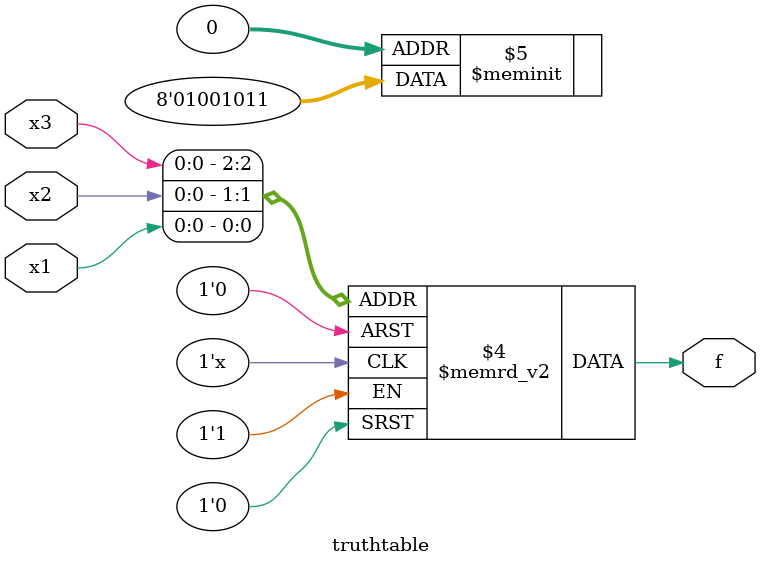
<source format=v>

module truthtable(
    input x3, 
    input x2, 
    input x1, 
    output reg f
);
    // Combinational logic to compute the output
    always @(*) begin
        case ({x3, x2, x1})
            3'b000: f = 1;  // 0 0 0 -> 1
            3'b001: f = 1;  // 0 0 1 -> 1
            3'b010: f = 0;  // 0 1 0 -> 0
            3'b011: f = 1;  // 0 1 1 -> 1
            3'b100: f = 0;  // 1 0 0 -> 0
            3'b101: f = 0;  // 1 0 1 -> 0
            3'b110: f = 1;  // 1 1 0 -> 1
            3'b111: f = 0;  // 1 1 1 -> 0
            default: f = 0; // Default case (just in case)
        endcase
    end
endmodule
</source>
